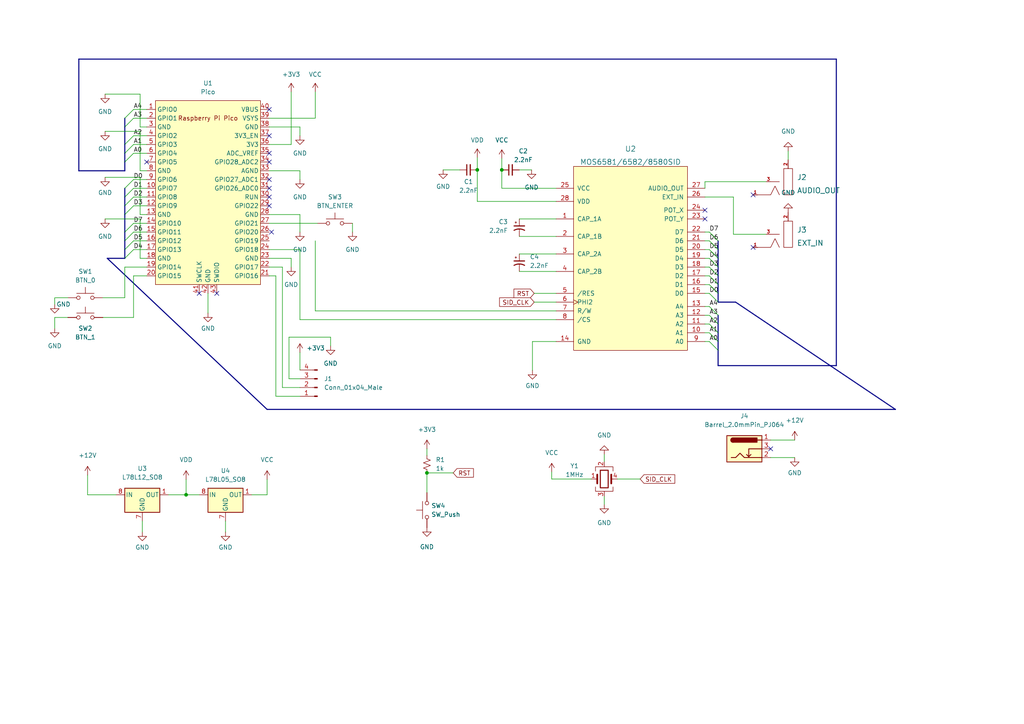
<source format=kicad_sch>
(kicad_sch (version 20211123) (generator eeschema)
  (paper "A4")
  (lib_symbols
    (symbol "4ms_Jack:3.5mm_Mono_Switched_sm" (pin_names (offset 0) hide)
      (property "Reference" "J" (at -7.62 8.89 0))
      (property "Value" "3.5mm_Mono_Switched_sm" (at 6.35 6.604 0))
      (symbol "3.5mm_Mono_Switched_sm_0_0"
        (rectangle (start -6.35 5.08) (end -3.81 -2.54))
        (polyline (pts (xy -2.54 1.27) (xy 0 1.27)))
        (polyline (pts (xy -2.54 5.08) (xy -1.27 2.54) (xy 0 5.08) (xy 3.81 5.08)))
      )
      (symbol "3.5mm_Mono_Switched_sm_1_1"
        (pin passive line (at 5.08 5.08 180) (length 1.27) (name "SIG") (number "1"))
        (pin passive line (at -5.08 -5.08 90) (length 2.54) (name "SHEILD") (number "2"))
        (pin passive line (at 1.27 1.27 180) (length 1.27) (name "SW") (number "3"))
      )
    )
    (symbol "4ms_Jack:Barrel_2.0mmPin_PJ064" (pin_names hide)
      (property "Reference" "J" (at 0 5.334 0))
      (property "Value" "Barrel_2.0mmPin_PJ064" (at 0 -5.08 0))
      (symbol "Barrel_2.0mmPin_PJ064_0_1"
        (rectangle (start -5.08 3.81) (end 5.08 -3.81) (stroke (width 0.254)) (fill (type background)))
        (arc (start -3.302 3.175) (mid -3.937 2.54) (end -3.302 1.905) (stroke (width 0.254)))
        (arc (start -3.302 3.175) (mid -3.937 2.54) (end -3.302 1.905) (stroke (width 0.254)) (fill (type outline)))
        (polyline (pts (xy 1.27 -2.286) (xy 1.905 -1.651)) (stroke (width 0.254)))
        (polyline (pts (xy 5.08 2.54) (xy 3.81 2.54)) (stroke (width 0.254)))
        (polyline (pts (xy 5.08 0) (xy 1.27 0) (xy 1.27 -2.286) (xy 0.635 -1.651)) (stroke (width 0.254)))
        (polyline (pts (xy -3.81 -2.54) (xy -2.54 -2.54) (xy -1.27 -1.27) (xy 0 -2.54) (xy 2.54 -2.54) (xy 5.08 -2.54)) (stroke (width 0.254)))
        (rectangle (start 3.683 3.175) (end -3.302 1.905) (stroke (width 0.254)) (fill (type outline)))
      )
      (symbol "Barrel_2.0mmPin_PJ064_1_1"
        (pin passive line (at 7.62 2.54 180) (length 2.54) (name "~") (number "1"))
        (pin passive line (at 7.62 -2.54 180) (length 2.54) (name "~") (number "2"))
        (pin passive line (at 7.62 0 180) (length 2.54) (name "~") (number "3"))
      )
    )
    (symbol "Audio:MOS6581{brace}slash}6582{brace}slash}8580SID" (pin_names (offset 1.016))
      (property "Reference" "U" (at -16.51 27.94 0))
      (property "Value" "MOS6581{brace}slash}6582{brace}slash}8580SID" (at -15.24 24.13 0))
      (symbol "MOS6581{brace}slash}6582{brace}slash}8580SID_0_1"
        (rectangle (start -16.51 26.67) (end 16.51 -26.67) (fill (type background)))
      )
      (symbol "MOS6581{brace}slash}6582{brace}slash}8580SID_1_1"
        (pin passive line (at -21.59 11.43 0) (length 5.08) (name "CAP_1A") (number "1"))
        (pin input line (at 21.59 -21.59 180) (length 5.08) (name "A1") (number "10"))
        (pin input line (at 21.59 -19.05 180) (length 5.08) (name "A2") (number "11"))
        (pin input line (at 21.59 -16.51 180) (length 5.08) (name "A3") (number "12"))
        (pin input line (at 21.59 -13.97 180) (length 5.08) (name "A4") (number "13"))
        (pin power_in line (at -21.59 -24.13 0) (length 5.08) (name "GND") (number "14"))
        (pin bidirectional line (at 21.59 -10.16 180) (length 5.08) (name "D0") (number "15"))
        (pin bidirectional line (at 21.59 -7.62 180) (length 5.08) (name "D1") (number "16"))
        (pin bidirectional line (at 21.59 -5.08 180) (length 5.08) (name "D2") (number "17"))
        (pin bidirectional line (at 21.59 -2.54 180) (length 5.08) (name "D3") (number "18"))
        (pin bidirectional line (at 21.59 0 180) (length 5.08) (name "D4") (number "19"))
        (pin passive line (at -21.59 6.35 0) (length 5.08) (name "CAP_1B") (number "2"))
        (pin bidirectional line (at 21.59 2.54 180) (length 5.08) (name "D5") (number "20"))
        (pin bidirectional line (at 21.59 5.08 180) (length 5.08) (name "D6") (number "21"))
        (pin bidirectional line (at 21.59 7.62 180) (length 5.08) (name "D7") (number "22"))
        (pin input line (at 21.59 11.43 180) (length 5.08) (name "POT_Y") (number "23"))
        (pin input line (at 21.59 13.97 180) (length 5.08) (name "POT_X") (number "24"))
        (pin power_in line (at -21.59 20.32 0) (length 5.08) (name "VCC") (number "25"))
        (pin input line (at 21.59 17.78 180) (length 5.08) (name "EXT_IN") (number "26"))
        (pin input line (at 21.59 20.32 180) (length 5.08) (name "AUDIO_OUT") (number "27"))
        (pin power_in line (at -21.59 16.51 0) (length 5.08) (name "VDD") (number "28"))
        (pin passive line (at -21.59 1.27 0) (length 5.08) (name "CAP_2A") (number "3"))
        (pin passive line (at -21.59 -3.81 0) (length 5.08) (name "CAP_2B") (number "4"))
        (pin input line (at -21.59 -10.16 0) (length 5.08) (name "/RES") (number "5"))
        (pin input clock (at -21.59 -12.7 0) (length 5.08) (name "PHI2") (number "6"))
        (pin input line (at -21.59 -15.24 0) (length 5.08) (name "R/W") (number "7"))
        (pin input line (at -21.59 -17.78 0) (length 5.08) (name "/CS") (number "8"))
        (pin input line (at 21.59 -24.13 180) (length 5.08) (name "A0") (number "9"))
      )
    )
    (symbol "Connector:Conn_01x04_Male" (pin_names (offset 1.016) hide)
      (property "Reference" "J" (at 0 5.08 0))
      (property "Value" "Conn_01x04_Male" (at 0 -7.62 0))
      (symbol "Conn_01x04_Male_1_1"
        (polyline (pts (xy 1.27 -5.08) (xy 0.8636 -5.08)) (stroke (width 0.1524)))
        (polyline (pts (xy 1.27 -2.54) (xy 0.8636 -2.54)) (stroke (width 0.1524)))
        (polyline (pts (xy 1.27 0) (xy 0.8636 0)) (stroke (width 0.1524)))
        (polyline (pts (xy 1.27 2.54) (xy 0.8636 2.54)) (stroke (width 0.1524)))
        (rectangle (start 0.8636 -4.953) (end 0 -5.207) (stroke (width 0.1524)) (fill (type outline)))
        (rectangle (start 0.8636 -2.413) (end 0 -2.667) (stroke (width 0.1524)) (fill (type outline)))
        (rectangle (start 0.8636 0.127) (end 0 -0.127) (stroke (width 0.1524)) (fill (type outline)))
        (rectangle (start 0.8636 2.667) (end 0 2.413) (stroke (width 0.1524)) (fill (type outline)))
        (pin passive line (at 5.08 2.54 180) (length 3.81) (name "Pin_1") (number "1"))
        (pin passive line (at 5.08 0 180) (length 3.81) (name "Pin_2") (number "2"))
        (pin passive line (at 5.08 -2.54 180) (length 3.81) (name "Pin_3") (number "3"))
        (pin passive line (at 5.08 -5.08 180) (length 3.81) (name "Pin_4") (number "4"))
      )
    )
    (symbol "Device:C_Polarized_Small_US" (pin_numbers hide) (pin_names (offset 0.254) hide)
      (property "Reference" "C" (at 0.254 1.778 0))
      (property "Value" "C_Polarized_Small_US" (at 0.254 -2.032 0))
      (symbol "C_Polarized_Small_US_0_1"
        (polyline (pts (xy -1.524 0.508) (xy 1.524 0.508)) (stroke (width 0.3048)))
        (polyline (pts (xy -1.27 1.524) (xy -0.762 1.524)))
        (polyline (pts (xy -1.016 1.27) (xy -1.016 1.778)))
        (arc (start 1.524 -0.762) (mid 0 -0.3734) (end -1.524 -0.762) (stroke (width 0.3048)))
      )
      (symbol "C_Polarized_Small_US_1_1"
        (pin passive line (at 0 2.54 270) (length 2.032) (name "~") (number "1"))
        (pin passive line (at 0 -2.54 90) (length 2.032) (name "~") (number "2"))
      )
    )
    (symbol "Device:C_Small" (pin_numbers hide) (pin_names (offset 0.254) hide)
      (property "Reference" "C" (at 0.254 1.778 0))
      (property "Value" "C_Small" (at 0.254 -2.032 0))
      (symbol "C_Small_0_1"
        (polyline (pts (xy -1.524 -0.508) (xy 1.524 -0.508)) (stroke (width 0.3302)))
        (polyline (pts (xy -1.524 0.508) (xy 1.524 0.508)) (stroke (width 0.3048)))
      )
      (symbol "C_Small_1_1"
        (pin passive line (at 0 2.54 270) (length 2.032) (name "~") (number "1"))
        (pin passive line (at 0 -2.54 90) (length 2.032) (name "~") (number "2"))
      )
    )
    (symbol "Device:Crystal_GND23" (pin_names (offset 1.016) hide)
      (property "Reference" "Y" (at 3.175 5.08 0))
      (property "Value" "Crystal_GND23" (at 3.175 3.175 0))
      (symbol "Crystal_GND23_0_1"
        (rectangle (start -1.143 2.54) (end 1.143 -2.54) (stroke (width 0.3048)))
        (polyline (pts (xy -2.54 0) (xy -2.032 0)))
        (polyline (pts (xy -2.032 -1.27) (xy -2.032 1.27)) (stroke (width 0.508)))
        (polyline (pts (xy 0 -3.81) (xy 0 -3.556)))
        (polyline (pts (xy 0 3.556) (xy 0 3.81)))
        (polyline (pts (xy 2.032 -1.27) (xy 2.032 1.27)) (stroke (width 0.508)))
        (polyline (pts (xy 2.032 0) (xy 2.54 0)))
        (polyline (pts (xy -2.54 -2.286) (xy -2.54 -3.556) (xy 2.54 -3.556) (xy 2.54 -2.286)))
        (polyline (pts (xy -2.54 2.286) (xy -2.54 3.556) (xy 2.54 3.556) (xy 2.54 2.286)))
      )
      (symbol "Crystal_GND23_1_1"
        (pin passive line (at -3.81 0 0) (length 1.27) (name "1") (number "1"))
        (pin passive line (at 0 5.08 270) (length 1.27) (name "2") (number "2"))
        (pin passive line (at 0 -5.08 90) (length 1.27) (name "3") (number "3"))
        (pin passive line (at 3.81 0 180) (length 1.27) (name "4") (number "4"))
      )
    )
    (symbol "Device:R_Small_US" (pin_numbers hide) (pin_names (offset 0.254) hide)
      (property "Reference" "R" (at 0.762 0.508 0))
      (property "Value" "R_Small_US" (at 0.762 -1.016 0))
      (symbol "R_Small_US_1_1"
        (polyline (pts (xy 0 0) (xy 1.016 -0.381) (xy 0 -0.762) (xy -1.016 -1.143) (xy 0 -1.524)))
        (polyline (pts (xy 0 1.524) (xy 1.016 1.143) (xy 0 0.762) (xy -1.016 0.381) (xy 0 0)))
        (pin passive line (at 0 2.54 270) (length 1.016) (name "~") (number "1"))
        (pin passive line (at 0 -2.54 90) (length 1.016) (name "~") (number "2"))
      )
    )
    (symbol "MCU_RaspberryPi_and_Boards:Pico"
      (property "Reference" "U" (at -13.97 27.94 0))
      (property "Value" "Pico" (at 0 19.05 0))
      (symbol "Pico_0_0"
        (text "Raspberry Pi Pico" (at 0 21.59 0) (effects (font (size 1.27 1.27))))
      )
      (symbol "Pico_0_1"
        (rectangle (start -15.24 26.67) (end 15.24 -26.67) (fill (type background)))
      )
      (symbol "Pico_1_1"
        (pin bidirectional line (at -17.78 24.13 0) (length 2.54) (name "GPIO0") (number "1"))
        (pin bidirectional line (at -17.78 1.27 0) (length 2.54) (name "GPIO7") (number "10"))
        (pin bidirectional line (at -17.78 -1.27 0) (length 2.54) (name "GPIO8") (number "11"))
        (pin bidirectional line (at -17.78 -3.81 0) (length 2.54) (name "GPIO9") (number "12"))
        (pin power_in line (at -17.78 -6.35 0) (length 2.54) (name "GND") (number "13"))
        (pin bidirectional line (at -17.78 -8.89 0) (length 2.54) (name "GPIO10") (number "14"))
        (pin bidirectional line (at -17.78 -11.43 0) (length 2.54) (name "GPIO11") (number "15"))
        (pin bidirectional line (at -17.78 -13.97 0) (length 2.54) (name "GPIO12") (number "16"))
        (pin bidirectional line (at -17.78 -16.51 0) (length 2.54) (name "GPIO13") (number "17"))
        (pin power_in line (at -17.78 -19.05 0) (length 2.54) (name "GND") (number "18"))
        (pin bidirectional line (at -17.78 -21.59 0) (length 2.54) (name "GPIO14") (number "19"))
        (pin bidirectional line (at -17.78 21.59 0) (length 2.54) (name "GPIO1") (number "2"))
        (pin bidirectional line (at -17.78 -24.13 0) (length 2.54) (name "GPIO15") (number "20"))
        (pin bidirectional line (at 17.78 -24.13 180) (length 2.54) (name "GPIO16") (number "21"))
        (pin bidirectional line (at 17.78 -21.59 180) (length 2.54) (name "GPIO17") (number "22"))
        (pin power_in line (at 17.78 -19.05 180) (length 2.54) (name "GND") (number "23"))
        (pin bidirectional line (at 17.78 -16.51 180) (length 2.54) (name "GPIO18") (number "24"))
        (pin bidirectional line (at 17.78 -13.97 180) (length 2.54) (name "GPIO19") (number "25"))
        (pin bidirectional line (at 17.78 -11.43 180) (length 2.54) (name "GPIO20") (number "26"))
        (pin bidirectional line (at 17.78 -8.89 180) (length 2.54) (name "GPIO21") (number "27"))
        (pin power_in line (at 17.78 -6.35 180) (length 2.54) (name "GND") (number "28"))
        (pin bidirectional line (at 17.78 -3.81 180) (length 2.54) (name "GPIO22") (number "29"))
        (pin power_in line (at -17.78 19.05 0) (length 2.54) (name "GND") (number "3"))
        (pin input line (at 17.78 -1.27 180) (length 2.54) (name "RUN") (number "30"))
        (pin bidirectional line (at 17.78 1.27 180) (length 2.54) (name "GPIO26_ADC0") (number "31"))
        (pin bidirectional line (at 17.78 3.81 180) (length 2.54) (name "GPIO27_ADC1") (number "32"))
        (pin power_in line (at 17.78 6.35 180) (length 2.54) (name "AGND") (number "33"))
        (pin bidirectional line (at 17.78 8.89 180) (length 2.54) (name "GPIO28_ADC2") (number "34"))
        (pin power_in line (at 17.78 11.43 180) (length 2.54) (name "ADC_VREF") (number "35"))
        (pin power_in line (at 17.78 13.97 180) (length 2.54) (name "3V3") (number "36"))
        (pin input line (at 17.78 16.51 180) (length 2.54) (name "3V3_EN") (number "37"))
        (pin bidirectional line (at 17.78 19.05 180) (length 2.54) (name "GND") (number "38"))
        (pin power_in line (at 17.78 21.59 180) (length 2.54) (name "VSYS") (number "39"))
        (pin bidirectional line (at -17.78 16.51 0) (length 2.54) (name "GPIO2") (number "4"))
        (pin power_in line (at 17.78 24.13 180) (length 2.54) (name "VBUS") (number "40"))
        (pin input line (at -2.54 -29.21 90) (length 2.54) (name "SWCLK") (number "41"))
        (pin power_in line (at 0 -29.21 90) (length 2.54) (name "GND") (number "42"))
        (pin bidirectional line (at 2.54 -29.21 90) (length 2.54) (name "SWDIO") (number "43"))
        (pin bidirectional line (at -17.78 13.97 0) (length 2.54) (name "GPIO3") (number "5"))
        (pin bidirectional line (at -17.78 11.43 0) (length 2.54) (name "GPIO4") (number "6"))
        (pin bidirectional line (at -17.78 8.89 0) (length 2.54) (name "GPIO5") (number "7"))
        (pin power_in line (at -17.78 6.35 0) (length 2.54) (name "GND") (number "8"))
        (pin bidirectional line (at -17.78 3.81 0) (length 2.54) (name "GPIO6") (number "9"))
      )
    )
    (symbol "Regulator_Linear:L78L05_SO8" (pin_names (offset 0.254))
      (property "Reference" "U" (at -3.81 3.175 0))
      (property "Value" "L78L05_SO8" (at 0 3.175 0))
      (symbol "L78L05_SO8_0_1"
        (rectangle (start -5.08 1.905) (end 5.08 -5.08) (stroke (width 0.254)) (fill (type background)))
      )
      (symbol "L78L05_SO8_1_1"
        (pin power_out line (at 7.62 0 180) (length 2.54) (name "OUT") (number "1"))
        (pin passive line (at 0 -7.62 90) (length 2.54) hide (name "GND") (number "2"))
        (pin passive line (at 0 -7.62 90) (length 2.54) hide (name "GND") (number "3"))
        (pin no_connect line (at -5.08 -2.54 0) (length 2.54) hide (name "NC") (number "4"))
        (pin no_connect line (at 5.08 -2.54 180) (length 2.54) hide (name "NC") (number "5"))
        (pin passive line (at 0 -7.62 90) (length 2.54) hide (name "GND") (number "6"))
        (pin power_in line (at 0 -7.62 90) (length 2.54) (name "GND") (number "7"))
        (pin power_in line (at -7.62 0 0) (length 2.54) (name "IN") (number "8"))
      )
    )
    (symbol "Regulator_Linear:L78L12_SO8" (pin_names (offset 0.254))
      (property "Reference" "U" (at -3.81 3.175 0))
      (property "Value" "L78L12_SO8" (at 0 3.175 0))
      (symbol "L78L12_SO8_0_1"
        (rectangle (start -5.08 1.905) (end 5.08 -5.08) (stroke (width 0.254)) (fill (type background)))
      )
      (symbol "L78L12_SO8_1_1"
        (pin power_out line (at 7.62 0 180) (length 2.54) (name "OUT") (number "1"))
        (pin passive line (at 0 -7.62 90) (length 2.54) hide (name "GND") (number "2"))
        (pin passive line (at 0 -7.62 90) (length 2.54) hide (name "GND") (number "3"))
        (pin no_connect line (at -5.08 -2.54 0) (length 2.54) hide (name "NC") (number "4"))
        (pin no_connect line (at 5.08 -2.54 180) (length 2.54) hide (name "NC") (number "5"))
        (pin passive line (at 0 -7.62 90) (length 2.54) hide (name "GND") (number "6"))
        (pin power_in line (at 0 -7.62 90) (length 2.54) (name "GND") (number "7"))
        (pin power_in line (at -7.62 0 0) (length 2.54) (name "IN") (number "8"))
      )
    )
    (symbol "Switch:SW_Push" (pin_numbers hide) (pin_names (offset 1.016) hide)
      (property "Reference" "SW" (at 1.27 2.54 0))
      (property "Value" "SW_Push" (at 0 -1.524 0))
      (symbol "SW_Push_0_1"
        (circle (center -2.032 0) (radius 0.508))
        (polyline (pts (xy 0 1.27) (xy 0 3.048)))
        (polyline (pts (xy 2.54 1.27) (xy -2.54 1.27)))
        (circle (center 2.032 0) (radius 0.508))
        (pin passive line (at -5.08 0 0) (length 2.54) (name "1") (number "1"))
        (pin passive line (at 5.08 0 180) (length 2.54) (name "2") (number "2"))
      )
    )
    (symbol "power:+12V" (power) (pin_names (offset 0))
      (property "Value" "+12V" (at 0 3.556 0))
      (symbol "+12V_0_1"
        (polyline (pts (xy -0.762 1.27) (xy 0 2.54)))
        (polyline (pts (xy 0 0) (xy 0 2.54)))
        (polyline (pts (xy 0 2.54) (xy 0.762 1.27)))
      )
      (symbol "+12V_1_1"
        (pin power_in line (at 0 0 90) (length 0) hide (name "+12V") (number "1"))
      )
    )
    (symbol "power:+3V3" (power) (pin_names (offset 0))
      (property "Value" "+3V3" (at 0 3.556 0))
      (symbol "+3V3_0_1"
        (polyline (pts (xy -0.762 1.27) (xy 0 2.54)))
        (polyline (pts (xy 0 0) (xy 0 2.54)))
        (polyline (pts (xy 0 2.54) (xy 0.762 1.27)))
      )
      (symbol "+3V3_1_1"
        (pin power_in line (at 0 0 90) (length 0) hide (name "+3V3") (number "1"))
      )
    )
    (symbol "power:GND" (power) (pin_names (offset 0))
      (property "Value" "GND" (at 0 -3.81 0))
      (symbol "GND_0_1"
        (polyline (pts (xy 0 0) (xy 0 -1.27) (xy 1.27 -1.27) (xy 0 -2.54) (xy -1.27 -1.27) (xy 0 -1.27)))
      )
      (symbol "GND_1_1"
        (pin power_in line (at 0 0 270) (length 0) hide (name "GND") (number "1"))
      )
    )
    (symbol "power:VCC" (power) (pin_names (offset 0))
      (property "Value" "VCC" (at 0 3.81 0))
      (symbol "VCC_0_1"
        (polyline (pts (xy -0.762 1.27) (xy 0 2.54)))
        (polyline (pts (xy 0 0) (xy 0 2.54)))
        (polyline (pts (xy 0 2.54) (xy 0.762 1.27)))
      )
      (symbol "VCC_1_1"
        (pin power_in line (at 0 0 90) (length 0) hide (name "VCC") (number "1"))
      )
    )
    (symbol "power:VDD" (power) (pin_names (offset 0))
      (property "Value" "VDD" (at 0 3.81 0))
      (symbol "VDD_0_1"
        (polyline (pts (xy -0.762 1.27) (xy 0 2.54)))
        (polyline (pts (xy 0 0) (xy 0 2.54)))
        (polyline (pts (xy 0 2.54) (xy 0.762 1.27)))
      )
      (symbol "VDD_1_1"
        (pin power_in line (at 0 0 90) (length 0) hide (name "VDD") (number "1"))
      )
    )
  )
  (junction (at 53.975 143.51))
  (junction (at 138.43 49.276))
  (junction (at 123.825 137.16))
  (junction (at 145.542 49.276))
  (no_connect (at 218.44 56.515))
  (no_connect (at 78.105 44.45))
  (no_connect (at 42.545 46.99))
  (no_connect (at 78.105 31.75))
  (no_connect (at 78.105 39.37))
  (no_connect (at 78.105 46.99))
  (no_connect (at 78.74 67.31))
  (no_connect (at 78.105 59.69))
  (no_connect (at 78.105 57.15))
  (no_connect (at 78.105 54.61))
  (no_connect (at 78.105 52.07))
  (no_connect (at 62.865 85.09))
  (no_connect (at 57.785 85.09))
  (no_connect (at 218.44 71.755))
  (no_connect (at 204.47 60.96))
  (no_connect (at 204.47 63.5))
  (no_connect (at 223.52 130.175))
  (bus_entry (at 205.74 99.06) (size 2.54 2.54))
  (bus_entry (at 205.74 93.98) (size 2.54 2.54))
  (bus_entry (at 205.74 96.52) (size 2.54 2.54))
  (bus_entry (at 205.74 91.44) (size 2.54 2.54))
  (bus_entry (at 205.74 88.9) (size 2.54 2.54))
  (bus_entry (at 205.74 82.55) (size 2.54 2.54))
  (bus_entry (at 205.74 80.01) (size 2.54 2.54))
  (bus_entry (at 205.74 72.39) (size 2.54 2.54))
  (bus_entry (at 205.74 69.85) (size 2.54 2.54))
  (bus_entry (at 205.74 77.47) (size 2.54 2.54))
  (bus_entry (at 205.74 74.93) (size 2.54 2.54))
  (bus_entry (at 205.74 85.09) (size 2.54 2.54))
  (bus_entry (at 38.735 67.31) (size -2.54 2.54))
  (bus_entry (at 38.735 69.85) (size -2.54 2.54))
  (bus_entry (at 38.735 72.39) (size -2.54 2.54))
  (bus_entry (at 205.74 67.31) (size 2.54 2.54))
  (bus_entry (at 38.735 34.29) (size -2.54 2.54))
  (bus_entry (at 38.735 31.75) (size -2.54 2.54))
  (bus_entry (at 38.735 41.91) (size -2.54 2.54))
  (bus_entry (at 38.735 39.37) (size -2.54 2.54))
  (bus_entry (at 38.735 44.45) (size -2.54 2.54))
  (bus_entry (at 38.735 52.07) (size -2.54 2.54))
  (bus_entry (at 38.735 54.61) (size -2.54 2.54))
  (bus_entry (at 38.735 57.15) (size -2.54 2.54))
  (bus_entry (at 38.735 59.69) (size -2.54 2.54))
  (bus_entry (at 38.735 64.77) (size -2.54 2.54))
  (wire (pts (xy 40.64 49.53) (xy 42.545 49.53)))
  (wire (pts (xy 228.6 43.815) (xy 228.6 46.355)))
  (wire (pts (xy 138.43 58.42) (xy 138.43 49.276)))
  (wire (pts (xy 204.47 80.01) (xy 205.74 80.01)))
  (bus (pts (xy 36.195 74.93) (xy 31.115 74.93)))
  (wire (pts (xy 150.622 63.5) (xy 161.29 63.5)))
  (wire (pts (xy 40.64 62.23) (xy 40.64 51.435)))
  (wire (pts (xy 123.825 130.175) (xy 123.825 132.08)))
  (bus (pts (xy 36.195 34.29) (xy 36.195 36.83)))
  (wire (pts (xy 128.524 49.276) (xy 133.35 49.276)))
  (wire (pts (xy 40.64 36.83) (xy 40.64 27.305)))
  (bus (pts (xy 242.57 17.145) (xy 242.57 106.045)))
  (wire (pts (xy 204.47 72.39) (xy 205.74 72.39)))
  (wire (pts (xy 86.995 39.37) (xy 86.995 36.83)))
  (wire (pts (xy 42.545 77.47) (xy 36.195 77.47)))
  (wire (pts (xy 204.47 96.52) (xy 205.74 96.52)))
  (bus (pts (xy 36.195 44.45) (xy 36.195 46.99)))
  (wire (pts (xy 222.25 67.945) (xy 212.725 67.945)))
  (bus (pts (xy 36.195 59.69) (xy 36.195 62.23)))
  (wire (pts (xy 81.915 112.395) (xy 81.915 77.47)))
  (wire (pts (xy 80.01 80.01) (xy 80.01 114.935)))
  (wire (pts (xy 86.995 62.23) (xy 78.105 62.23)))
  (bus (pts (xy 36.195 57.15) (xy 36.195 59.69)))
  (wire (pts (xy 41.275 151.13) (xy 41.275 154.305)))
  (wire (pts (xy 19.685 92.075) (xy 15.875 92.075)))
  (wire (pts (xy 91.44 26.67) (xy 91.44 34.29)))
  (bus (pts (xy 36.195 67.31) (xy 36.195 69.85)))
  (wire (pts (xy 30.48 27.305) (xy 40.64 27.305)))
  (wire (pts (xy 19.685 86.36) (xy 15.875 86.36)))
  (bus (pts (xy 36.195 41.91) (xy 36.195 44.45)))
  (wire (pts (xy 38.735 92.075) (xy 38.735 80.01)))
  (wire (pts (xy 204.47 93.98) (xy 205.74 93.98)))
  (wire (pts (xy 38.735 59.69) (xy 42.545 59.69)))
  (wire (pts (xy 150.622 73.66) (xy 161.29 73.66)))
  (wire (pts (xy 42.545 36.83) (xy 40.64 36.83)))
  (wire (pts (xy 154.432 107.442) (xy 154.432 99.06)))
  (wire (pts (xy 86.995 49.53) (xy 78.105 49.53)))
  (wire (pts (xy 38.735 64.77) (xy 42.545 64.77)))
  (wire (pts (xy 145.542 45.974) (xy 145.542 49.276)))
  (wire (pts (xy 38.735 39.37) (xy 42.545 39.37)))
  (wire (pts (xy 86.995 36.83) (xy 78.105 36.83)))
  (wire (pts (xy 25.4 137.795) (xy 25.4 143.51)))
  (bus (pts (xy 242.57 106.045) (xy 208.28 106.045)))
  (bus (pts (xy 208.28 72.39) (xy 208.28 74.93)))
  (wire (pts (xy 36.195 77.47) (xy 36.195 86.36)))
  (wire (pts (xy 179.07 138.938) (xy 185.674 138.938)))
  (wire (pts (xy 15.875 86.36) (xy 15.875 88.265)))
  (bus (pts (xy 208.28 96.52) (xy 208.28 99.06)))
  (wire (pts (xy 154.432 99.06) (xy 161.29 99.06)))
  (wire (pts (xy 86.995 62.23) (xy 86.995 67.31)))
  (wire (pts (xy 38.735 57.15) (xy 42.545 57.15)))
  (bus (pts (xy 22.86 49.53) (xy 36.195 49.53)))
  (wire (pts (xy 204.47 91.44) (xy 205.74 91.44)))
  (wire (pts (xy 204.47 88.9) (xy 205.74 88.9)))
  (wire (pts (xy 38.735 54.61) (xy 42.545 54.61)))
  (bus (pts (xy 213.36 87.63) (xy 208.28 87.63)))
  (bus (pts (xy 208.28 82.55) (xy 208.28 85.09)))
  (wire (pts (xy 78.105 80.01) (xy 80.01 80.01)))
  (wire (pts (xy 38.735 67.31) (xy 42.545 67.31)))
  (wire (pts (xy 222.25 52.705) (xy 204.47 52.705)))
  (wire (pts (xy 86.995 112.395) (xy 81.915 112.395)))
  (wire (pts (xy 86.995 52.07) (xy 86.995 49.53)))
  (wire (pts (xy 53.975 139.065) (xy 53.975 143.51)))
  (wire (pts (xy 40.64 63.5) (xy 30.48 63.5)))
  (wire (pts (xy 86.995 102.235) (xy 86.995 107.315)))
  (wire (pts (xy 80.01 114.935) (xy 86.995 114.935)))
  (wire (pts (xy 77.47 143.51) (xy 73.025 143.51)))
  (wire (pts (xy 145.542 54.61) (xy 145.542 49.276)))
  (wire (pts (xy 138.43 45.72) (xy 138.43 49.276)))
  (wire (pts (xy 204.47 77.47) (xy 205.74 77.47)))
  (wire (pts (xy 38.735 52.07) (xy 42.545 52.07)))
  (wire (pts (xy 204.47 69.85) (xy 205.74 69.85)))
  (wire (pts (xy 78.105 34.29) (xy 91.44 34.29)))
  (wire (pts (xy 150.622 78.74) (xy 161.29 78.74)))
  (wire (pts (xy 38.735 41.91) (xy 42.545 41.91)))
  (wire (pts (xy 30.48 51.435) (xy 40.64 51.435)))
  (bus (pts (xy 259.715 118.745) (xy 213.36 87.63)))
  (wire (pts (xy 212.725 67.945) (xy 212.725 57.15)))
  (bus (pts (xy 208.28 77.47) (xy 208.28 80.01)))
  (wire (pts (xy 84.455 26.67) (xy 84.455 41.91)))
  (wire (pts (xy 40.64 49.53) (xy 40.64 38.1)))
  (wire (pts (xy 86.995 92.71) (xy 161.29 92.71)))
  (wire (pts (xy 138.43 58.42) (xy 161.29 58.42)))
  (wire (pts (xy 154.94 87.63) (xy 161.29 87.63)))
  (wire (pts (xy 15.875 92.075) (xy 15.875 95.25)))
  (wire (pts (xy 30.48 38.1) (xy 40.64 38.1)))
  (wire (pts (xy 95.885 97.79) (xy 95.885 100.33)))
  (wire (pts (xy 150.622 68.58) (xy 161.29 68.58)))
  (wire (pts (xy 38.735 44.45) (xy 42.545 44.45)))
  (wire (pts (xy 40.64 74.93) (xy 40.64 63.5)))
  (wire (pts (xy 204.47 67.31) (xy 205.74 67.31)))
  (wire (pts (xy 29.845 92.075) (xy 38.735 92.075)))
  (wire (pts (xy 78.105 41.91) (xy 84.455 41.91)))
  (wire (pts (xy 212.725 57.15) (xy 204.47 57.15)))
  (bus (pts (xy 36.195 36.83) (xy 36.195 41.91)))
  (bus (pts (xy 22.86 49.53) (xy 22.86 17.145)))
  (wire (pts (xy 204.47 82.55) (xy 205.74 82.55)))
  (bus (pts (xy 208.28 80.01) (xy 208.28 82.55)))
  (wire (pts (xy 175.26 144.018) (xy 175.26 146.304)))
  (wire (pts (xy 204.47 74.93) (xy 205.74 74.93)))
  (wire (pts (xy 53.975 143.51) (xy 48.895 143.51)))
  (wire (pts (xy 38.735 34.29) (xy 42.545 34.29)))
  (bus (pts (xy 208.28 106.045) (xy 208.28 101.6)))
  (wire (pts (xy 25.4 143.51) (xy 33.655 143.51)))
  (bus (pts (xy 208.28 74.93) (xy 208.28 77.47)))
  (wire (pts (xy 91.44 69.85) (xy 91.44 90.17)))
  (bus (pts (xy 208.28 69.85) (xy 208.28 72.39)))
  (wire (pts (xy 123.825 137.16) (xy 131.445 137.16)))
  (bus (pts (xy 36.195 54.61) (xy 36.195 57.15)))
  (wire (pts (xy 81.915 77.47) (xy 78.105 77.47)))
  (wire (pts (xy 160.02 138.938) (xy 171.45 138.938)))
  (wire (pts (xy 83.82 109.855) (xy 83.82 97.79)))
  (wire (pts (xy 36.195 86.36) (xy 29.845 86.36)))
  (wire (pts (xy 38.735 72.39) (xy 42.545 72.39)))
  (bus (pts (xy 36.195 69.85) (xy 36.195 72.39)))
  (wire (pts (xy 91.44 90.17) (xy 161.29 90.17)))
  (bus (pts (xy 36.195 46.99) (xy 36.195 49.53)))
  (wire (pts (xy 78.105 74.93) (xy 84.455 74.93)))
  (bus (pts (xy 208.28 85.09) (xy 208.28 87.63)))
  (bus (pts (xy 208.28 99.06) (xy 208.28 101.6)))
  (wire (pts (xy 38.735 69.85) (xy 42.545 69.85)))
  (wire (pts (xy 77.47 139.065) (xy 77.47 143.51)))
  (wire (pts (xy 223.52 127.635) (xy 230.505 127.635)))
  (wire (pts (xy 42.545 62.23) (xy 40.64 62.23)))
  (wire (pts (xy 160.02 136.906) (xy 160.02 138.938)))
  (wire (pts (xy 204.47 52.705) (xy 204.47 54.61)))
  (wire (pts (xy 83.82 97.79) (xy 95.885 97.79)))
  (wire (pts (xy 38.735 80.01) (xy 42.545 80.01)))
  (bus (pts (xy 208.28 93.98) (xy 208.28 96.52)))
  (wire (pts (xy 175.26 131.826) (xy 175.26 133.858)))
  (wire (pts (xy 78.105 72.39) (xy 86.995 72.39)))
  (bus (pts (xy 31.115 74.93) (xy 77.47 118.745)))
  (wire (pts (xy 145.542 54.61) (xy 161.29 54.61)))
  (wire (pts (xy 78.105 64.77) (xy 92.075 64.77)))
  (wire (pts (xy 86.995 92.71) (xy 86.995 72.39)))
  (wire (pts (xy 150.622 49.276) (xy 154.178 49.276)))
  (wire (pts (xy 65.405 151.13) (xy 65.405 154.305)))
  (wire (pts (xy 84.455 74.93) (xy 84.455 77.47)))
  (wire (pts (xy 53.975 143.51) (xy 57.785 143.51)))
  (bus (pts (xy 208.28 91.44) (xy 208.28 93.98)))
  (bus (pts (xy 36.195 72.39) (xy 36.195 74.93)))
  (bus (pts (xy 77.47 118.745) (xy 259.715 118.745)))
  (wire (pts (xy 204.47 85.09) (xy 205.74 85.09)))
  (wire (pts (xy 204.47 99.06) (xy 205.74 99.06)))
  (wire (pts (xy 223.52 132.715) (xy 230.505 132.715)))
  (wire (pts (xy 60.325 85.09) (xy 60.325 90.805)))
  (wire (pts (xy 154.94 85.09) (xy 161.29 85.09)))
  (wire (pts (xy 123.825 137.16) (xy 123.825 142.875)))
  (wire (pts (xy 42.545 74.93) (xy 40.64 74.93)))
  (wire (pts (xy 38.735 31.75) (xy 42.545 31.75)))
  (wire (pts (xy 86.995 109.855) (xy 83.82 109.855)))
  (bus (pts (xy 22.86 17.145) (xy 242.57 17.145)))
  (wire (pts (xy 102.235 64.77) (xy 102.235 67.31)))
  (bus (pts (xy 36.195 62.23) (xy 36.195 67.31)))
  (label "D5" (at 38.735 69.85 0))
  (label "D1" (at 205.74 82.55 0))
  (label "D6" (at 205.74 69.85 0))
  (label "D0" (at 38.735 52.07 0))
  (label "A2" (at 38.735 39.37 0))
  (label "D0" (at 205.74 85.09 0))
  (label "A4" (at 38.735 31.75 0))
  (label "D7" (at 38.735 64.77 0))
  (label "A3" (at 205.74 91.44 0))
  (label "A0" (at 38.735 44.45 0))
  (label "A4" (at 205.74 88.9 0))
  (label "D1" (at 38.735 54.61 0))
  (label "A1" (at 205.74 96.52 0))
  (label "D4" (at 38.735 72.39 0))
  (label "A2" (at 205.74 93.98 0))
  (label "D6" (at 38.735 67.31 0))
  (label "A1" (at 38.735 41.91 0))
  (label "D2" (at 38.735 57.15 0))
  (label "D7" (at 205.74 67.31 0))
  (label "D3" (at 38.735 59.69 0))
  (label "D3" (at 205.74 77.47 0))
  (label "D5" (at 205.74 72.39 0))
  (label "A3" (at 38.735 34.29 0))
  (label "D4" (at 205.74 74.93 0))
  (label "D2" (at 205.74 80.01 0))
  (label "A0" (at 205.74 99.06 0))
  (global_label "SID_CLK" (shape input) (at 185.674 138.938 0) (property "Intersheet References" "${INTERSHEET_REFS}" (effects hide)))
  (global_label "RST" (shape input) (at 131.445 137.16 0) (property "Intersheet References" "${INTERSHEET_REFS}" (effects hide)))
  (global_label "SID_CLK" (shape input) (at 154.94 87.63 180) (property "Intersheet References" "${INTERSHEET_REFS}" (effects hide)))
  (global_label "RST" (shape input) (at 154.94 85.09 180) (property "Intersheet References" "${INTERSHEET_REFS}" (effects hide)))
  (symbol (lib_id "power:GND") (at 41.275 154.305 0) (unit 1)
    (property "Reference" "#PWR025" (effects hide))
    (property "Value" "GND" (at 41.275 158.75 0))
  )
  (symbol (lib_id "power:+12V") (at 230.505 127.635 0) (unit 1)
    (property "Reference" "#PWR029" (effects hide))
    (property "Value" "+12V" (at 230.505 121.92 0))
  )
  (symbol (lib_id "power:GND") (at 84.455 77.47 0) (unit 1)
    (property "Reference" "#PWR07" (effects hide))
    (property "Value" "GND" (at 84.455 82.55 0))
  )
  (symbol (lib_id "Switch:SW_Push") (at 24.765 92.075 0) (unit 1)
    (property "Reference" "SW2" (at 24.765 95.25 0))
    (property "Value" "BTN_1" (at 24.765 97.79 0))
    (property "Footprint" "Button_Switch_Keyboard:SW_Cherry_MX_1.00u_PCB" (effects hide))
  )
  (symbol (lib_id "power:+3V3") (at 86.995 102.235 0) (unit 1)
    (property "Reference" "#PWR011" (effects hide))
    (property "Value" "+3V3" (at 88.9 100.9649 0) (effects (justify left)))
  )
  (symbol (lib_id "Device:C_Small") (at 135.89 49.276 90) (unit 1)
    (property "Reference" "C1" (at 135.89 52.705 90))
    (property "Value" "2.2nF" (at 135.89 55.245 90))
    (property "Footprint" "Capacitor_SMD:C_0603_1608Metric" (effects hide))
  )
  (symbol (lib_id "power:GND") (at 154.178 49.276 0) (unit 1)
    (property "Reference" "#PWR019" (effects hide))
    (property "Value" "GND" (at 154.178 54.356 0))
  )
  (symbol (lib_id "power:GND") (at 95.885 100.33 0) (unit 1)
    (property "Reference" "#PWR012" (effects hide))
    (property "Value" "GND" (at 95.885 105.41 0))
  )
  (symbol (lib_id "power:GND") (at 228.6 61.595 180) (unit 1)
    (property "Reference" "#PWR0103" (effects hide))
    (property "Value" "GND" (at 228.6 55.88 0))
  )
  (symbol (lib_id "Device:R_Small_US") (at 123.825 134.62 0) (unit 1)
    (property "Reference" "R1" (at 126.365 133.3499 0) (effects (justify left)))
    (property "Value" "1k" (at 126.365 135.8899 0) (effects (justify left)))
    (property "Footprint" "Resistor_SMD:R_0603_1608Metric" (effects hide))
  )
  (symbol (lib_id "power:GND") (at 228.6 43.815 180) (unit 1)
    (property "Reference" "#PWR0102" (effects hide))
    (property "Value" "GND" (at 228.6 38.1 0))
  )
  (symbol (lib_id "power:GND") (at 30.48 51.435 0) (unit 1)
    (property "Reference" "#PWR05" (effects hide))
    (property "Value" "GND" (at 30.48 55.88 0))
  )
  (symbol (lib_id "power:GND") (at 86.995 39.37 0) (unit 1)
    (property "Reference" "#PWR08" (effects hide))
    (property "Value" "GND" (at 86.995 44.45 0))
  )
  (symbol (lib_id "power:GND") (at 15.875 95.25 0) (unit 1)
    (property "Reference" "#PWR02" (effects hide))
    (property "Value" "GND" (at 15.875 100.33 0))
  )
  (symbol (lib_id "power:VCC") (at 91.44 26.67 0) (unit 1)
    (property "Reference" "#PWR0105" (effects hide))
    (property "Value" "VCC" (at 91.44 21.59 0))
  )
  (symbol (lib_id "power:VCC") (at 77.47 139.065 0) (unit 1)
    (property "Reference" "#PWR028" (effects hide))
    (property "Value" "VCC" (at 77.47 133.35 0))
  )
  (symbol (lib_id "power:GND") (at 175.26 131.826 180) (unit 1)
    (property "Reference" "#PWR022" (effects hide))
    (property "Value" "GND" (at 175.26 126.238 0))
  )
  (symbol (lib_id "MCU_RaspberryPi_and_Boards:Pico") (at 60.325 55.88 0) (unit 1)
    (property "Reference" "U1" (at 60.325 24.13 0))
    (property "Value" "Pico" (at 60.325 26.67 0))
    (property "Footprint" "MCU_RaspberryPi_and_Boards:RPi_Pico_SMD_TH" (effects hide))
  )
  (symbol (lib_id "power:GND") (at 60.325 90.805 0) (unit 1)
    (property "Reference" "#PWR0104" (effects hide))
    (property "Value" "GND" (at 60.325 95.25 0))
  )
  (symbol (lib_id "Regulator_Linear:L78L12_SO8") (at 41.275 143.51 0) (unit 1)
    (property "Reference" "U3" (at 41.275 135.89 0))
    (property "Value" "L78L12_SO8" (at 41.275 138.43 0))
    (property "Footprint" "Package_SO:SOIC-8_3.9x4.9mm_P1.27mm" (effects hide))
    (property "Datasheet" "http://www.st.com/content/ccc/resource/technical/document/datasheet/15/55/e5/aa/23/5b/43/fd/CD00000446.pdf/files/CD00000446.pdf/jcr:content/translations/en.CD00000446.pdf" (effects hide))
  )
  (symbol (lib_id "power:GND") (at 30.48 27.305 0) (unit 1)
    (property "Reference" "#PWR03" (effects hide))
    (property "Value" "GND" (at 30.48 32.385 0))
  )
  (symbol (lib_id "power:+12V") (at 25.4 137.795 0) (unit 1)
    (property "Reference" "#PWR024" (effects hide))
    (property "Value" "+12V" (at 25.4 132.08 0))
  )
  (symbol (lib_id "power:VCC") (at 160.02 136.906 0) (unit 1)
    (property "Reference" "#PWR021" (effects hide))
    (property "Value" "VCC" (at 160.02 131.318 0))
  )
  (symbol (lib_id "Switch:SW_Push") (at 123.825 147.955 90) (unit 1)
    (property "Reference" "SW4" (at 125.095 146.6849 90) (effects (justify right)))
    (property "Value" "SW_Push" (at 125.095 149.2249 90) (effects (justify right)))
    (property "Footprint" "Button_Switch_SMD:SW_SPST_EVQQ2" (effects hide))
  )
  (symbol (lib_id "power:GND") (at 175.26 146.304 0) (unit 1)
    (property "Reference" "#PWR023" (effects hide))
    (property "Value" "GND" (at 175.26 151.638 0))
  )
  (symbol (lib_id "power:GND") (at 65.405 154.305 0) (unit 1)
    (property "Reference" "#PWR027" (effects hide))
    (property "Value" "GND" (at 65.405 158.75 0))
  )
  (symbol (lib_id "power:GND") (at 86.995 67.31 0) (unit 1)
    (property "Reference" "#PWR010" (effects hide))
    (property "Value" "GND" (at 86.995 72.39 0))
  )
  (symbol (lib_id "power:GND") (at 230.505 132.715 0) (unit 1)
    (property "Reference" "#PWR030" (effects hide))
    (property "Value" "GND" (at 230.505 137.16 0))
  )
  (symbol (lib_id "Switch:SW_Push") (at 24.765 86.36 0) (unit 1)
    (property "Reference" "SW1" (at 24.765 78.74 0))
    (property "Value" "BTN_0" (at 24.765 81.28 0))
    (property "Footprint" "Button_Switch_Keyboard:SW_Cherry_MX_1.00u_PCB" (effects hide))
  )
  (symbol (lib_id "power:GND") (at 123.825 153.035 0) (unit 1)
    (property "Reference" "#PWR015" (effects hide))
    (property "Value" "GND" (at 123.825 158.623 0))
  )
  (symbol (lib_id "power:GND") (at 102.235 67.31 0) (unit 1)
    (property "Reference" "#PWR013" (effects hide))
    (property "Value" "GND" (at 102.235 72.39 0))
  )
  (symbol (lib_id "4ms_Jack:Barrel_2.0mmPin_PJ064") (at 215.9 130.175 0) (unit 1)
    (property "Reference" "J4" (at 215.9 120.65 0))
    (property "Value" "Barrel_2.0mmPin_PJ064" (at 215.9 123.19 0))
    (property "Footprint" "4ms_Jack:Barrel_Vert_PJ064_slotted" (effects hide))
    (property "Specifications" "Barrel Jack, 2.0mm diameter center pin, Vertical, PC-pins" (effects hide))
    (property "Manufacturer" "Wenzhou QingPu Electronics Co" (effects hide))
    (property "Part Number" "WQP-DC026M (2.0mm center pin)" (effects hide))
  )
  (symbol (lib_id "Audio:MOS6581{brace}slash}6582{brace}slash}8580SID") (at 182.88 74.93 0) (unit 1)
    (property "Reference" "U2" (at 182.88 43.18 0) (effects (font (size 1.524 1.524))))
    (property "Value" "MOS6581{slash}6582{slash}8580SID" (at 182.88 46.99 0) (effects (font (size 1.524 1.524))))
    (property "Footprint" "Package_DIP:DIP-28_W15.24mm_Socket" (effects hide))
  )
  (symbol (lib_id "Connector:Conn_01x04_Male") (at 92.075 112.395 180) (unit 1)
    (property "Reference" "J1" (at 93.98 109.8549 0) (effects (justify right)))
    (property "Value" "Conn_01x04_Male" (at 93.98 112.3949 0) (effects (justify right)))
    (property "Footprint" "Connector_PinHeader_1.27mm:PinHeader_1x04_P1.27mm_Vertical" (effects hide))
  )
  (symbol (lib_id "power:VDD") (at 53.975 139.065 0) (unit 1)
    (property "Reference" "#PWR026" (effects hide))
    (property "Value" "VDD" (at 53.975 133.35 0))
  )
  (symbol (lib_id "power:+3V3") (at 84.455 26.67 0) (unit 1)
    (property "Reference" "#PWR0101" (effects hide))
    (property "Value" "+3V3" (at 84.455 21.59 0))
  )
  (symbol (lib_id "Device:C_Polarized_Small_US") (at 150.622 66.04 0) (unit 1)
    (property "Reference" "C3" (at 147.32 64.3381 0) (effects (justify right)))
    (property "Value" "2.2nF" (at 147.32 66.8781 0) (effects (justify right)))
    (property "Footprint" "Capacitor_SMD:CP_Elec_4x3" (effects hide))
  )
  (symbol (lib_id "power:VCC") (at 145.542 45.974 0) (unit 1)
    (property "Reference" "#PWR018" (effects hide))
    (property "Value" "VCC" (at 145.542 40.64 0))
  )
  (symbol (lib_id "4ms_Jack:3.5mm_Mono_Switched_sm") (at 223.52 66.675 180) (unit 1)
    (property "Reference" "J3" (at 231.14 66.675 0) (effects (font (size 1.524 1.524)) (justify right)))
    (property "Value" "EXT_IN" (at 231.14 70.485 0) (effects (font (size 1.524 1.524)) (justify right)))
    (property "Footprint" "4ms_Jack:EighthInch_PJ398SM" (effects hide))
    (property "Specifications" "Audio 3.5mm Jack, mono, switched, PC-pin Vertical" (effects hide))
    (property "Manufacturer" "Wenzhou QingPu Electronics Co" (effects hide))
    (property "Part Number" "WQP-WQP518MA" (effects hide))
  )
  (symbol (lib_id "Device:Crystal_GND23") (at 175.26 138.938 0) (unit 1)
    (property "Reference" "Y1" (at 166.624 135.128 0))
    (property "Value" "1MHz" (at 166.624 137.668 0))
    (property "Footprint" "Crystal:Crystal_SMD_TXC_7M-4Pin_3.2x2.5mm" (effects hide))
  )
  (symbol (lib_id "power:+3V3") (at 123.825 130.175 0) (unit 1)
    (property "Reference" "#PWR014" (effects hide))
    (property "Value" "+3V3" (at 123.825 124.587 0))
  )
  (symbol (lib_id "Switch:SW_Push") (at 97.155 64.77 0) (unit 1)
    (property "Reference" "SW3" (at 97.155 57.15 0))
    (property "Value" "BTN_ENTER" (at 97.155 59.69 0))
    (property "Footprint" "Button_Switch_Keyboard:SW_Cherry_MX_1.00u_PCB" (effects hide))
  )
  (symbol (lib_id "power:VDD") (at 138.43 45.72 0) (unit 1)
    (property "Reference" "#PWR017" (effects hide))
    (property "Value" "VDD" (at 138.43 40.64 0))
  )
  (symbol (lib_id "Device:C_Small") (at 148.082 49.276 90) (unit 1)
    (property "Reference" "C2" (at 151.765 43.815 90))
    (property "Value" "2.2nF" (at 151.765 46.355 90))
    (property "Footprint" "Capacitor_SMD:C_0603_1608Metric" (effects hide))
  )
  (symbol (lib_id "power:GND") (at 86.995 52.07 0) (unit 1)
    (property "Reference" "#PWR09" (effects hide))
    (property "Value" "GND" (at 86.995 57.15 0))
  )
  (symbol (lib_id "power:GND") (at 15.875 88.265 0) (unit 1)
    (property "Reference" "#PWR01" (effects hide))
    (property "Value" "GND" (at 18.415 88.265 0))
  )
  (symbol (lib_id "power:GND") (at 30.48 63.5 0) (unit 1)
    (property "Reference" "#PWR06" (effects hide))
    (property "Value" "GND" (at 30.48 68.58 0))
  )
  (symbol (lib_id "power:GND") (at 128.524 49.276 0) (unit 1)
    (property "Reference" "#PWR016" (effects hide))
    (property "Value" "GND" (at 128.524 54.102 0))
  )
  (symbol (lib_id "Regulator_Linear:L78L05_SO8") (at 65.405 143.51 0) (unit 1)
    (property "Reference" "U4" (at 65.405 136.525 0))
    (property "Value" "L78L05_SO8" (at 65.405 139.065 0))
    (property "Footprint" "Package_SO:SOIC-8_3.9x4.9mm_P1.27mm" (effects hide))
    (property "Datasheet" "http://www.st.com/content/ccc/resource/technical/document/datasheet/15/55/e5/aa/23/5b/43/fd/CD00000446.pdf/files/CD00000446.pdf/jcr:content/translations/en.CD00000446.pdf" (effects hide))
  )
  (symbol (lib_id "power:GND") (at 30.48 38.1 0) (unit 1)
    (property "Reference" "#PWR04" (effects hide))
    (property "Value" "GND" (at 30.48 43.18 0))
  )
  (symbol (lib_id "power:GND") (at 154.432 107.442 0) (unit 1)
    (property "Reference" "#PWR020" (effects hide))
    (property "Value" "GND" (at 154.432 111.887 0))
  )
  (symbol (lib_id "Device:C_Polarized_Small_US") (at 150.622 76.2 0) (unit 1)
    (property "Reference" "C4" (at 153.67 74.4981 0) (effects (justify left)))
    (property "Value" "2.2nF" (at 153.67 77.0381 0) (effects (justify left)))
    (property "Footprint" "Capacitor_SMD:CP_Elec_4x3" (effects hide))
  )
  (symbol (lib_id "4ms_Jack:3.5mm_Mono_Switched_sm") (at 223.52 51.435 180) (unit 1)
    (property "Reference" "J2" (at 231.14 51.435 0) (effects (font (size 1.524 1.524)) (justify right)))
    (property "Value" "AUDIO_OUT" (at 231.14 55.245 0) (effects (font (size 1.524 1.524)) (justify right)))
    (property "Footprint" "4ms_Jack:EighthInch_PJ398SM" (effects hide))
    (property "Specifications" "Audio 3.5mm Jack, mono, switched, PC-pin Vertical" (effects hide))
    (property "Manufacturer" "Wenzhou QingPu Electronics Co" (effects hide))
    (property "Part Number" "WQP-WQP518MA" (effects hide))
  )
)
</source>
